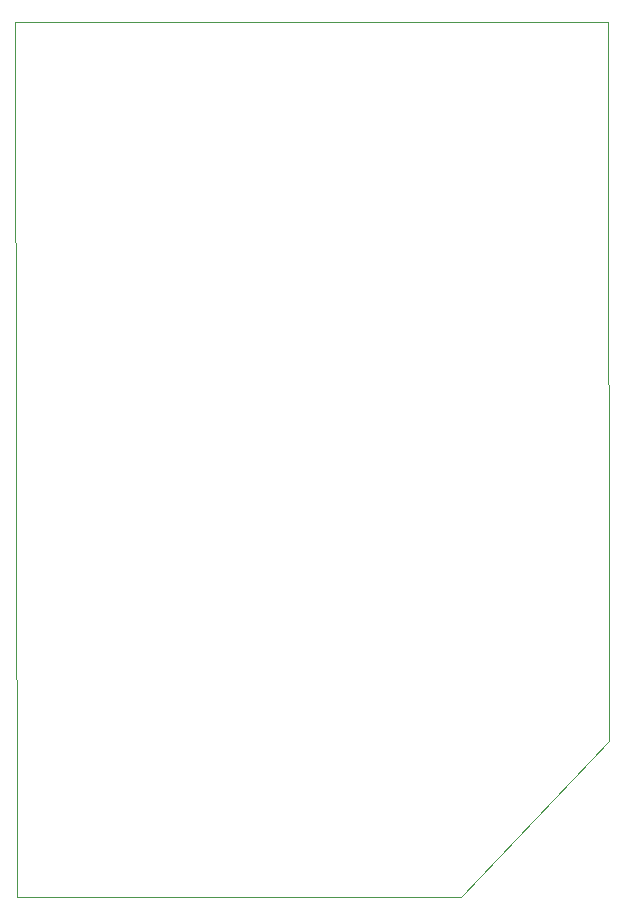
<source format=gbr>
G04 #@! TF.GenerationSoftware,KiCad,Pcbnew,(5.1.4)-1*
G04 #@! TF.CreationDate,2020-02-11T18:35:20-06:00*
G04 #@! TF.ProjectId,SensorBoard,53656e73-6f72-4426-9f61-72642e6b6963,rev?*
G04 #@! TF.SameCoordinates,Original*
G04 #@! TF.FileFunction,Profile,NP*
%FSLAX46Y46*%
G04 Gerber Fmt 4.6, Leading zero omitted, Abs format (unit mm)*
G04 Created by KiCad (PCBNEW (5.1.4)-1) date 2020-02-11 18:35:20*
%MOMM*%
%LPD*%
G04 APERTURE LIST*
%ADD10C,0.050000*%
G04 APERTURE END LIST*
D10*
X160274000Y-127635000D02*
X172847000Y-114427000D01*
X122682000Y-127635000D02*
X160274000Y-127635000D01*
X172720000Y-53594000D02*
X122555000Y-53594000D01*
X172847000Y-114427000D02*
X172720000Y-53594000D01*
X122555000Y-53594000D02*
X122682000Y-127635000D01*
M02*

</source>
